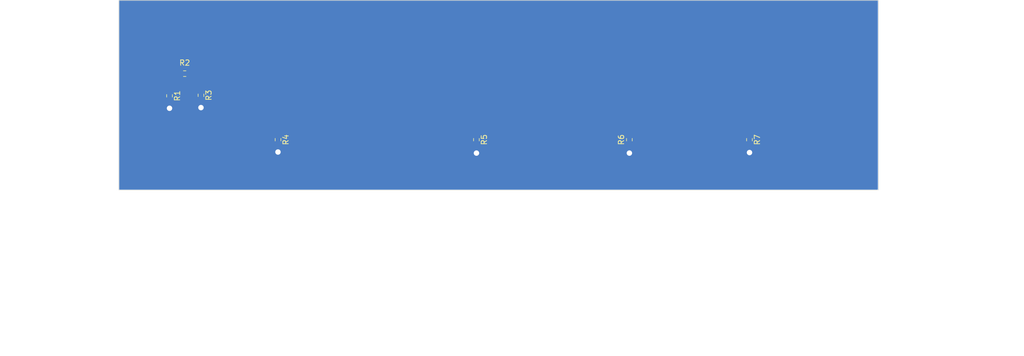
<source format=kicad_pcb>
(kicad_pcb (version 20221018) (generator pcbnew)
  (layers (0 "F.Cu" signal) (31 "B.Cu" signal) (34 "B.Paste" user) (35 "F.Paste" user) (36 "B.SilkS" user "B.Silkscreen") (37 "F.SilkS" user "F.Silkscreen") (38 "B.Mask" user) (39 "F.Mask" user) (44 "Edge.Cuts" user))
  (net 0 "")
  (net 1 "GND")
  (net 2 "Net-(J2-In)")
  (net 3 "Net-(J3-In)")
  (net 4 "Net-(J4-In)")
  (net 5 "Net-(J5-In)")
  (net 6 "Net-(R2-Pad2)")
  (net 7 "Net-(R4-Pad1)")
  (net 8 "Net-(R5-Pad1)")
  (net 9 "Net-(R6-Pad1)")
  (net 10 "Net-(R7-Pad1)")
  (net 11 "Net-(U1-Pad3)")
  (net 12 "Net-(U2-Pad3)")
  (net 13 "Net-(U3-Pad3)")
  (net 14 "Net-(J1-In)")
  (net 15 "Net-(J6-In)")
  (footprint "Resistor_SMD:R_0603_1608Metric" (layer "F.Cu") (at 79.2 95.1 -90)
    (fp_text reference "R1" (at 0 -1.43 90) (layer "F.SilkS"))
    (fp_text value "75R 1% 1/8W")
    (fp_line (start -0.237258 -0.5225) (end 0.237258 -0.5225) (stroke (width 0.12)) (layer "F.SilkS"))
    (fp_line (start -0.237258 0.5225) (end 0.237258 0.5225) (stroke (width 0.12)) (layer "F.SilkS"))
    (pad "1" smd roundrect (at -0.825 0 270) (size 0.8 0.95) (layers "F.Cu" "F.Paste" "F.Mask") (net 14 "Net-(J1-In)"))
    (pad "2" smd roundrect (at 0.825 0 270) (size 0.8 0.95) (layers "F.Cu" "F.Paste" "F.Mask") (net 1 "GND"))
  )
  (footprint "footprint_project_library:SMA" (layer "F.Cu") (at 207.38 91 180)
    (fp_text reference "J6" hide)
    (fp_text value "SMA" hide)
    (pad "1" smd rect (at 0 0 180) (size 4.5 1) (layers "F.Cu") (net 15 "Net-(J6-In)"))
    (pad "2" smd rect (at 0 -4.16 180) (size 4.75 1) (layers "B.Cu") (net 1 "GND"))
    (pad "2" smd rect (at 0 4.16 180) (size 4.75 1) (layers "B.Cu") (net 1 "GND"))
  )
  (footprint "footprint_project_library:comb_2.5GHz" (layer "F.Cu") (at 145.38 91)
    (fp_text reference "U2" hide)
    (fp_text value "2.5GHz")
    (fp_rect (start -10.96 -0.45) (end 10.91 0.45) (stroke (width 0.1)) (fill solid) (layer "F.Cu"))
    (fp_rect (start -10.04 2.02) (end -9.14 11.02) (stroke (width 0.1)) (fill solid) (layer "F.Cu"))
    (fp_rect (start -8.92 0.8) (end 8.92 1.8) (stroke (width 0.1)) (fill solid) (layer "F.Cu"))
    (fp_rect (start 10.04 2.02) (end 9.14 11.02) (stroke (width 0.1)) (fill solid) (layer "F.Cu"))
    (fp_poly (pts (xy -9.14 2.02) (xy -9.14 1.8) (xy -8.92 1.8) (xy -8.92 0.8) (xy -10.04 2.02)) (stroke (width 0.1)) (fill solid) (layer "F.Cu"))
    (fp_poly (pts (xy 9.14 2.02) (xy 9.14 1.8) (xy 8.92 1.8) (xy 8.92 0.8) (xy 10.04 2.02)) (stroke (width 0.1)) (fill solid) (layer "F.Cu"))
    (pad "1" smd rect (at -11.04 0) (size 1 1) (layers "F.Cu") (net 11 "Net-(U1-Pad3)"))
    (pad "2" smd rect (at -9.59 11.3) (size 1 1) (layers "F.Cu") (net 8 "Net-(R5-Pad1)"))
    (pad "3" smd rect (at 11.04 0) (size 1 1) (layers "F.Cu") (net 12 "Net-(U2-Pad3)"))
    (pad "4" smd rect (at 9.59 11.3) (size 1 1) (layers "F.Cu") (net 3 "Net-(J3-In)"))
  )
  (footprint "footprint_project_library:comb_4.1GHz" (layer "F.Cu") (at 192.21 91)
    (fp_text reference "U4" hide)
    (fp_text value "4.1GHz")
    (fp_rect (start -7.63 -0.45) (end 8.06 0.45) (stroke (width 0.1)) (fill solid) (layer "F.Cu"))
    (fp_rect (start -6.52 2.02) (end -5.62 11.02) (stroke (width 0.1)) (fill solid) (layer "F.Cu"))
    (fp_rect (start -5.4 0.8) (end 5.4 1.8) (stroke (width 0.1)) (fill solid) (layer "F.Cu"))
    (fp_rect (start 6.52 2.02) (end 5.62 11.02) (stroke (width 0.1)) (fill solid) (layer "F.Cu"))
    (fp_poly (pts (xy -5.62 2.02) (xy -5.62 1.8) (xy -5.4 1.8) (xy -5.4 0.8) (xy -6.52 2.02)) (stroke (width 0.1)) (fill solid) (layer "F.Cu"))
    (fp_poly (pts (xy 5.62 2.02) (xy 5.62 1.8) (xy 5.4 1.8) (xy 5.4 0.8) (xy 6.52 2.02)) (stroke (width 0.1)) (fill solid) (layer "F.Cu"))
    (pad "1" smd rect (at -7.52 0) (size 1 1) (layers "F.Cu") (net 13 "Net-(U3-Pad3)"))
    (pad "2" smd rect (at -6.07 11.3) (size 1 1) (layers "F.Cu") (net 10 "Net-(R7-Pad1)"))
    (pad "3" smd rect (at 7.52 0) (size 1 1) (layers "F.Cu") (net 15 "Net-(J6-In)"))
    (pad "4" smd rect (at 6.07 11.3) (size 1 1) (layers "F.Cu") (net 5 "Net-(J5-In)"))
  )
  (footprint "Resistor_SMD:R_0603_1608Metric" (layer "F.Cu") (at 164 103.2 -90)
    (fp_text reference "R6" (at 0 1.5 90) (layer "F.SilkS"))
    (fp_text value "50R 1% 1/8W")
    (fp_line (start -0.237258 -0.5225) (end 0.237258 -0.5225) (stroke (width 0.12)) (layer "F.SilkS"))
    (fp_line (start -0.237258 0.5225) (end 0.237258 0.5225) (stroke (width 0.12)) (layer "F.SilkS"))
    (pad "1" smd roundrect (at -0.825 0 270) (size 0.8 0.95) (layers "F.Cu" "F.Paste" "F.Mask") (net 9 "Net-(R6-Pad1)"))
    (pad "2" smd roundrect (at 0.825 0 270) (size 0.8 0.95) (layers "F.Cu" "F.Paste" "F.Mask") (net 1 "GND"))
  )
  (footprint "footprint_project_library:comb_3.5GHz" (layer "F.Cu") (at 170.56 91)
    (fp_text reference "U3" hide)
    (fp_text value "3.5GHz")
    (fp_rect (start -7.91 -0.45) (end 8.06 0.45) (stroke (width 0.1)) (fill solid) (layer "F.Cu"))
    (fp_rect (start -7.02 2.02) (end -6.12 11.02) (stroke (width 0.1)) (fill solid) (layer "F.Cu"))
    (fp_rect (start -5.9 0.8) (end 5.9 1.8) (stroke (width 0.1)) (fill solid) (layer "F.Cu"))
    (fp_rect (start 7.02 2.02) (end 6.12 11.02) (stroke (width 0.1)) (fill solid) (layer "F.Cu"))
    (fp_poly (pts (xy -6.12 2.02) (xy -6.12 1.8) (xy -5.9 1.8) (xy -5.9 0.8) (xy -7.02 2.02)) (stroke (width 0.1)) (fill solid) (layer "F.Cu"))
    (fp_poly (pts (xy 6.12 2.02) (xy 6.12 1.8) (xy 5.9 1.8) (xy 5.9 0.8) (xy 7.02 2.02)) (stroke (width 0.1)) (fill solid) (layer "F.Cu"))
    (pad "1" smd rect (at -8.02 0) (size 1 1) (layers "F.Cu") (net 12 "Net-(U2-Pad3)"))
    (pad "2" smd rect (at -6.57 11.3) (size 1 1) (layers "F.Cu") (net 9 "Net-(R6-Pad1)"))
    (pad "3" smd rect (at 8.02 0) (size 1 1) (layers "F.Cu") (net 13 "Net-(U3-Pad3)"))
    (pad "4" smd rect (at 6.57 11.3) (size 1 1) (layers "F.Cu") (net 4 "Net-(J4-In)"))
  )
  (footprint "footprint_project_library:SMA" (layer "F.Cu") (at 154.975 110 90)
    (fp_text reference "J3" hide)
    (fp_text value "SMA" hide)
    (pad "1" smd rect (at 0 0 90) (size 4.5 1) (layers "F.Cu") (net 3 "Net-(J3-In)"))
    (pad "2" smd rect (at 0 -4.16 90) (size 4.75 1) (layers "B.Cu") (net 1 "GND"))
    (pad "2" smd rect (at 0 4.16 90) (size 4.75 1) (layers "B.Cu") (net 1 "GND"))
  )
  (footprint "Resistor_SMD:R_0603_1608Metric" (layer "F.Cu") (at 82 91)
    (fp_text reference "R2" (at 0 -2) (layer "F.SilkS"))
    (fp_text value "120R 1% 1/8W")
    (fp_line (start -0.237258 -0.5225) (end 0.237258 -0.5225) (stroke (width 0.12)) (layer "F.SilkS"))
    (fp_line (start -0.237258 0.5225) (end 0.237258 0.5225) (stroke (width 0.12)) (layer "F.SilkS"))
    (pad "1" smd roundrect (at -0.825 0) (size 0.8 0.95) (layers "F.Cu" "F.Paste" "F.Mask") (net 14 "Net-(J1-In)"))
    (pad "2" smd roundrect (at 0.825 0) (size 0.8 0.95) (layers "F.Cu" "F.Paste" "F.Mask") (net 6 "Net-(R2-Pad2)"))
  )
  (footprint "footprint_project_library:SMA" (layer "F.Cu") (at 126.8 110 90)
    (fp_text reference "J2" hide)
    (fp_text value "SMA" hide)
    (pad "1" smd rect (at 0 0 90) (size 4.5 1) (layers "F.Cu") (net 2 "Net-(J2-In)"))
    (pad "2" smd rect (at 0 -4.16 90) (size 4.75 1) (layers "B.Cu") (net 1 "GND"))
    (pad "2" smd rect (at 0 4.16 90) (size 4.75 1) (layers "B.Cu") (net 1 "GND"))
  )
  (footprint "Resistor_SMD:R_0603_1608Metric" (layer "F.Cu") (at 186.14 103.2 -90)
    (fp_text reference "R7" (at 0 -1.43 90) (layer "F.SilkS"))
    (fp_text value "50R 1% 1/8W")
    (fp_line (start -0.237258 -0.5225) (end 0.237258 -0.5225) (stroke (width 0.12)) (layer "F.SilkS"))
    (fp_line (start -0.237258 0.5225) (end 0.237258 0.5225) (stroke (width 0.12)) (layer "F.SilkS"))
    (pad "1" smd roundrect (at -0.825 0 270) (size 0.8 0.95) (layers "F.Cu" "F.Paste" "F.Mask") (net 10 "Net-(R7-Pad1)"))
    (pad "2" smd roundrect (at 0.825 0 270) (size 0.8 0.95) (layers "F.Cu" "F.Paste" "F.Mask") (net 1 "GND"))
  )
  (footprint "footprint_project_library:comb_1.7GHz" (layer "F.Cu") (at 113 91)
    (fp_text reference "U1" hide)
    (fp_text value "1.7GHz")
    (fp_rect (start -14.85 -0.45) (end 15.09 0.45) (stroke (width 0.1)) (fill solid) (layer "F.Cu"))
    (fp_rect (start -14.24 2.02) (end -13.34 11.02) (stroke (width 0.1)) (fill solid) (layer "F.Cu"))
    (fp_rect (start -13.12 0.8) (end 13.12 1.8) (stroke (width 0.1)) (fill solid) (layer "F.Cu"))
    (fp_rect (start 14.24 2.02) (end 13.34 11.02) (stroke (width 0.1)) (fill solid) (layer "F.Cu"))
    (fp_poly (pts (xy -13.34 2.02) (xy -13.34 1.8) (xy -13.12 1.8) (xy -13.12 0.8) (xy -14.24 2.02)) (stroke (width 0.1)) (fill solid) (layer "F.Cu"))
    (fp_poly (pts (xy 13.34 2.02) (xy 13.34 1.8) (xy 13.12 1.8) (xy 13.12 0.8) (xy 14.24 2.02)) (stroke (width 0.1)) (fill solid) (layer "F.Cu"))
    (pad "1" smd rect (at -15.24 0) (size 1 1) (layers "F.Cu") (net 6 "Net-(R2-Pad2)"))
    (pad "2" smd rect (at -13.79 11.3) (size 1 1) (layers "F.Cu") (net 7 "Net-(R4-Pad1)"))
    (pad "3" smd rect (at 15.24 0) (size 1 1) (layers "F.Cu") (net 11 "Net-(U1-Pad3)"))
    (pad "4" smd rect (at 13.79 11.3) (size 1 1) (layers "F.Cu") (net 2 "Net-(J2-In)"))
  )
  (footprint "Resistor_SMD:R_0603_1608Metric" (layer "F.Cu") (at 135.79 103.2 -90)
    (fp_text reference "R5" (at 0 -1.43 90) (layer "F.SilkS"))
    (fp_text value "50R 1% 1/8W")
    (fp_line (start -0.237258 -0.5225) (end 0.237258 -0.5225) (stroke (width 0.12)) (layer "F.SilkS"))
    (fp_line (start -0.237258 0.5225) (end 0.237258 0.5225) (stroke (width 0.12)) (layer "F.SilkS"))
    (pad "1" smd roundrect (at -0.825 0 270) (size 0.8 0.95) (layers "F.Cu" "F.Paste" "F.Mask") (net 8 "Net-(R5-Pad1)"))
    (pad "2" smd roundrect (at 0.825 0 270) (size 0.8 0.95) (layers "F.Cu" "F.Paste" "F.Mask") (net 1 "GND"))
  )
  (footprint "footprint_project_library:SMA" (layer "F.Cu") (at 198.28 110 90)
    (fp_text reference "J5" hide)
    (fp_text value "SMA" hide)
    (pad "1" smd rect (at 0 0 90) (size 4.5 1) (layers "F.Cu") (net 5 "Net-(J5-In)"))
    (pad "2" smd rect (at 0 -4.16 90) (size 4.75 1) (layers "B.Cu") (net 1 "GND"))
    (pad "2" smd rect (at 0 4.16 90) (size 4.75 1) (layers "B.Cu") (net 1 "GND"))
  )
  (footprint "Resistor_SMD:R_0603_1608Metric" (layer "F.Cu") (at 85 95 -90)
    (fp_text reference "R3" (at 0 -1.43 90) (layer "F.SilkS"))
    (fp_text value "75R 1% 1/8W")
    (fp_line (start -0.237258 -0.5225) (end 0.237258 -0.5225) (stroke (width 0.12)) (layer "F.SilkS"))
    (fp_line (start -0.237258 0.5225) (end 0.237258 0.5225) (stroke (width 0.12)) (layer "F.SilkS"))
    (pad "1" smd roundrect (at -0.825 0 270) (size 0.8 0.95) (layers "F.Cu" "F.Paste" "F.Mask") (net 6 "Net-(R2-Pad2)"))
    (pad "2" smd roundrect (at 0.825 0 270) (size 0.8 0.95) (layers "F.Cu" "F.Paste" "F.Mask") (net 1 "GND"))
  )
  (footprint "Resistor_SMD:R_0603_1608Metric" (layer "F.Cu") (at 99.21 103.2 -90)
    (fp_text reference "R4" (at 0 -1.43 90) (layer "F.SilkS"))
    (fp_text value "50R 1% 1/8W")
    (fp_line (start -0.237258 -0.5225) (end 0.237258 -0.5225) (stroke (width 0.12)) (layer "F.SilkS"))
    (fp_line (start -0.237258 0.5225) (end 0.237258 0.5225) (stroke (width 0.12)) (layer "F.SilkS"))
    (pad "1" smd roundrect (at -0.825 0 270) (size 0.8 0.95) (layers "F.Cu" "F.Paste" "F.Mask") (net 7 "Net-(R4-Pad1)"))
    (pad "2" smd roundrect (at 0.825 0 270) (size 0.8 0.95) (layers "F.Cu" "F.Paste" "F.Mask") (net 1 "GND"))
  )
  (footprint "footprint_project_library:SMA" (layer "F.Cu") (at 72.35 91)
    (fp_text reference "J1" hide)
    (fp_text value "SMA" hide)
    (pad "1" smd rect (at 0 0) (size 4.5 1) (layers "F.Cu") (net 14 "Net-(J1-In)"))
    (pad "2" smd rect (at 0 -4.16) (size 4.75 1) (layers "B.Cu") (net 1 "GND"))
    (pad "2" smd rect (at 0 4.16) (size 4.75 1) (layers "B.Cu") (net 1 "GND"))
  )
  (footprint "footprint_project_library:SMA" (layer "F.Cu") (at 177.125 110 90)
    (fp_text reference "J4" hide)
    (fp_text value "SMA" hide)
    (pad "1" smd rect (at 0 0 90) (size 4.5 1) (layers "F.Cu") (net 4 "Net-(J4-In)"))
    (pad "2" smd rect (at 0 -4.16 90) (size 4.75 1) (layers "B.Cu") (net 1 "GND"))
    (pad "2" smd rect (at 0 4.16 90) (size 4.75 1) (layers "B.Cu") (net 1 "GND"))
  )
  (gr_rect (start 69.88 77.48) (end 209.88 112.48) (stroke (width 0.1)) (fill none) (layer "Edge.Cuts"))
  (gr_text "GRUPO 2" (at 71.5 110.5) (layer "F.Cu") (effects (font (size 3 3) (thickness 0.5) bold) (justify left bottom)))
  (segment (start 186.15 104.1) (end 186.15 105.575) (width 1) (layer "F.Cu") (net 1))
  (segment (start 99.2 105.475) (end 99.2 105.075) (width 1) (layer "F.Cu") (net 1))
  (segment (start 135.8 105.675) (end 135.8 105.275) (width 1) (layer "F.Cu") (net 1))
  (segment (start 135.8 104.2) (end 135.8 105.675) (width 1) (layer "F.Cu") (net 1))
  (segment (start 85 97.275) (end 85 96.875) (width 1) (layer "F.Cu") (net 1))
  (segment (start 186.15 105.575) (end 186.15 105.175) (width 1) (layer "F.Cu") (net 1))
  (segment (start 79.2 97.4) (end 79.2 97) (width 1) (layer "F.Cu") (net 1))
  (segment (start 85 95.8) (end 85 97.275) (width 1) (layer "F.Cu") (net 1))
  (segment (start 164 105.675) (end 164 105.275) (width 1) (layer "F.Cu") (net 1))
  (segment (start 79.2 95.925) (end 79.2 97.4) (width 1) (layer "F.Cu") (net 1))
  (segment (start 164 104.2) (end 164 105.675) (width 1) (layer "F.Cu") (net 1))
  (segment (start 99.2 104) (end 99.2 105.475) (width 1) (layer "F.Cu") (net 1))
  (via (at 186.15 105.575) (size 1.3) (drill 1) (layers "F.Cu" "B.Cu") (net 1))
  (via (at 79.2 97.4) (size 1.3) (drill 1) (layers "F.Cu" "B.Cu") (net 1))
  (via (at 164 105.675) (size 1.3) (drill 1) (layers "F.Cu" "B.Cu") (net 1))
  (via (at 85 97.275) (size 1.3) (drill 1) (layers "F.Cu" "B.Cu") (net 1))
  (via (at 135.8 105.675) (size 1.3) (drill 1) (layers "F.Cu" "B.Cu") (net 1))
  (via (at 99.2 105.475) (size 1.3) (drill 1) (layers "F.Cu" "B.Cu") (net 1))
  (segment (start 126.79 108.02) (end 126.79 102.02) (width 1) (layer "F.Cu") (net 2))
  (segment (start 154.97 108.02) (end 154.97 102.02) (width 1) (layer "F.Cu") (net 3))
  (segment (start 177.13 108.02) (end 177.13 102.02) (width 1) (layer "F.Cu") (net 4))
  (segment (start 198.28 108.02) (end 198.28 102.02) (width 1) (layer "F.Cu") (net 5))
  (segment (start 85 94.175) (end 85 91) (width 1) (layer "F.Cu") (net 6))
  (segment (start 98.15 91) (end 85 91) (width 1) (layer "F.Cu") (net 6))
  (segment (start 85 91) (end 82.825 91) (width 1) (layer "F.Cu") (net 6))
  (segment (start 128 91) (end 134 91) (width 1) (layer "F.Cu") (net 11))
  (segment (start 156.65 91) (end 162.65 91) (width 1) (layer "F.Cu") (net 12))
  (segment (start 178.58 91) (end 184.58 91) (width 1) (layer "F.Cu") (net 13))
  (segment (start 79.2 91.2) (end 79 91) (width 1) (layer "F.Cu") (net 14))
  (segment (start 81.175 91) (end 79 91) (width 1) (layer "F.Cu") (net 14))
  (segment (start 79.2 94.275) (end 79.2 91.2) (width 1) (layer "F.Cu") (net 14))
  (segment (start 79 91) (end 74.5 91) (width 1) (layer "F.Cu") (net 14))
  (segment (start 206.27 91) (end 200.27 91) (width 1) (layer "F.Cu") (net 15))
  (zone (net 1) (net_name "GND") (layer "B.Cu") (connect_pads yes (clearance 0.5)) (min_thickness 0.25) (fill yes (thermal_gap 0.5) (thermal_bridge_width 0.5))
    (polygon (pts (xy 69.88 77.48) (xy 69.88 112.48) (xy 209.88 112.48) (xy 209.88 77.48)))
  )
)
</source>
